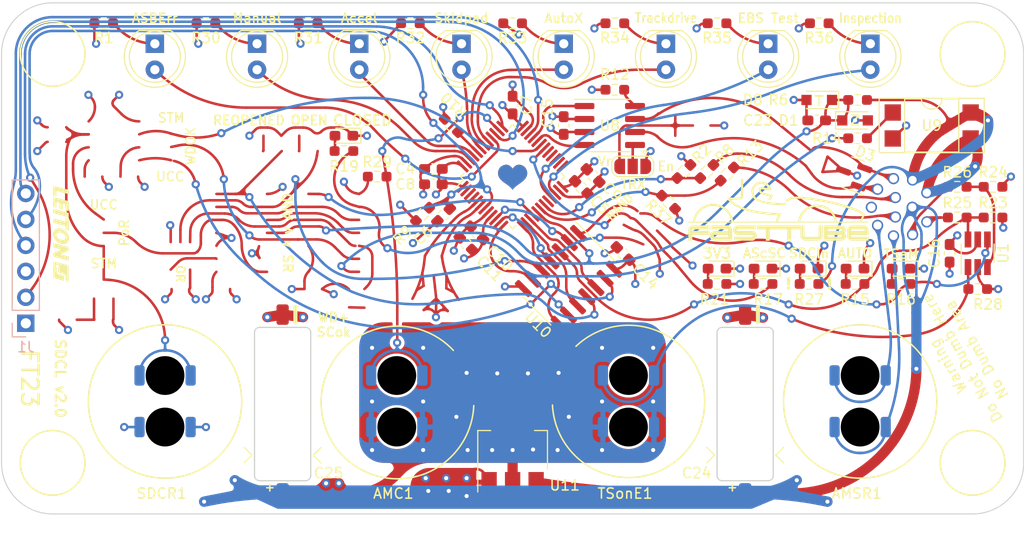
<source format=kicad_pcb>
(kicad_pcb (version 20221018) (generator pcbnew)

  (general
    (thickness 1.6)
  )

  (paper "A4")
  (layers
    (0 "F.Cu" signal)
    (1 "In1.Cu" power "In1-GND.Cu")
    (2 "In2.Cu" power "In2-3V3.Cu")
    (31 "B.Cu" signal)
    (33 "F.Adhes" user "F.Adhesive")
    (35 "F.Paste" user)
    (37 "F.SilkS" user "F.Silkscreen")
    (38 "B.Mask" user)
    (39 "F.Mask" user)
    (40 "Dwgs.User" user "User.Drawings")
    (41 "Cmts.User" user "User.Comments")
    (42 "Eco1.User" user "User.Eco1")
    (43 "Eco2.User" user "User.Eco2")
    (44 "Edge.Cuts" user)
    (45 "Margin" user)
    (46 "B.CrtYd" user "B.Courtyard")
    (47 "F.CrtYd" user "F.Courtyard")
    (49 "F.Fab" user)
  )

  (setup
    (stackup
      (layer "F.SilkS" (type "Top Silk Screen"))
      (layer "F.Paste" (type "Top Solder Paste"))
      (layer "F.Mask" (type "Top Solder Mask") (thickness 0.01))
      (layer "F.Cu" (type "copper") (thickness 0.035))
      (layer "dielectric 1" (type "core") (thickness 0.48) (material "FR4") (epsilon_r 4.5) (loss_tangent 0.02))
      (layer "In1.Cu" (type "copper") (thickness 0.035))
      (layer "dielectric 2" (type "prepreg") (thickness 0.48) (material "FR4") (epsilon_r 4.5) (loss_tangent 0.02))
      (layer "In2.Cu" (type "copper") (thickness 0.035))
      (layer "dielectric 3" (type "core") (thickness 0.48) (material "FR4") (epsilon_r 4.5) (loss_tangent 0.02))
      (layer "B.Cu" (type "copper") (thickness 0.035))
      (layer "B.Mask" (type "Bottom Solder Mask") (thickness 0.01))
      (copper_finish "None")
      (dielectric_constraints no)
    )
    (pad_to_mask_clearance 0)
    (pcbplotparams
      (layerselection 0x00010e0_ffffffff)
      (plot_on_all_layers_selection 0x0000000_00000000)
      (disableapertmacros false)
      (usegerberextensions false)
      (usegerberattributes true)
      (usegerberadvancedattributes true)
      (creategerberjobfile true)
      (dashed_line_dash_ratio 12.000000)
      (dashed_line_gap_ratio 3.000000)
      (svgprecision 6)
      (plotframeref false)
      (viasonmask false)
      (mode 1)
      (useauxorigin false)
      (hpglpennumber 1)
      (hpglpenspeed 20)
      (hpglpendiameter 15.000000)
      (dxfpolygonmode true)
      (dxfimperialunits true)
      (dxfusepcbnewfont true)
      (psnegative false)
      (psa4output false)
      (plotreference true)
      (plotvalue true)
      (plotinvisibletext false)
      (sketchpadsonfab false)
      (subtractmaskfromsilk false)
      (outputformat 1)
      (mirror false)
      (drillshape 0)
      (scaleselection 1)
      (outputdirectory "export/gbr/")
    )
  )

  (net 0 "")
  (net 1 "GND")
  (net 2 "NRST")
  (net 3 "+12V")
  (net 4 "AMC")
  (net 5 "TRACESWO")
  (net 6 "SWDIO")
  (net 7 "SWCLK")
  (net 8 "Net-(Q1-G)")
  (net 9 "AMSRin")
  (net 10 "AMSRout")
  (net 11 "+3.3V")
  (net 12 "/CAN TRX/CAN_H")
  (net 13 "/CAN TRX/CAN_L")
  (net 14 "Net-(U7-PF0)")
  (net 15 "/Connections/SDC_in_3V3")
  (net 16 "Net-(U7-PF1)")
  (net 17 "Net-(D2-K)")
  (net 18 "/Backup AMI/AMI0")
  (net 19 "Net-(D4-A)")
  (net 20 "/Backup AMI/AMI1")
  (net 21 "Net-(D5-A)")
  (net 22 "/Backup AMI/AMI2")
  (net 23 "Net-(D6-A)")
  (net 24 "/Backup AMI/AMI3")
  (net 25 "Net-(D7-A)")
  (net 26 "/Backup AMI/AMI4")
  (net 27 "Net-(D9-A)")
  (net 28 "/Backup AMI/AMI5")
  (net 29 "Net-(D10-A)")
  (net 30 "/Backup AMI/AMI6")
  (net 31 "Net-(J2-Pad1)")
  (net 32 "Net-(J2-Pad9)")
  (net 33 "Net-(R14-Pad2)")
  (net 34 "Net-(D11-A)")
  (net 35 "Net-(D12-A)")
  (net 36 "Net-(D13-A)")
  (net 37 "Net-(D14-K)")
  (net 38 "Net-(D15-K)")
  (net 39 "Net-(D16-K)")
  (net 40 "Net-(D17-K)")
  (net 41 "Net-(D18-K)")
  (net 42 "/Non-Programmable Logic/~{WDO}")
  (net 43 "/Non-Programmable Logic/RP")
  (net 44 "/Non-Programmable Logic/WP")
  (net 45 "/Controller/TS_activate_MUXed")
  (net 46 "/Non-Programmable Logic/close_while_allowed")
  (net 47 "/Non-Programmable Logic/~{reset_all}")
  (net 48 "/Non-Programmable Logic/closing_allowed")
  (net 49 "/Non-Programmable Logic/~{reopen}")
  (net 50 "/Non-Programmable Logic/WD_and_SDCin_ok")
  (net 51 "/Non-Programmable Logic/~{try_close}")
  (net 52 "Net-(J2-Pad11)")
  (net 53 "Net-(J2-Pad12)")
  (net 54 "Net-(D19-K)")
  (net 55 "/Connections/SDC_out")
  (net 56 "/Connections/SDC_in")
  (net 57 "/Connections/TS_activate_dash")
  (net 58 "/Controller/Watchdog")
  (net 59 "WD_OK")
  (net 60 "/CAN TRX/CAN_TX")
  (net 61 "/CAN TRX/CAN_RX")
  (net 62 "Net-(D20-K)")
  (net 63 "/Connections/ASMS")
  (net 64 "/Buttons/~{SDC_reset}")
  (net 65 "CLOSED")
  (net 66 "INITIAL_OPEN")
  (net 67 "REOPENED")
  (net 68 "/Buttons/TS_activate_ext")
  (net 69 "/Controller/SDC_is_ready")
  (net 70 "Net-(JP1-C)")
  (net 71 "Net-(JPPoR1-A)")
  (net 72 "Net-(U7-BOOT0)")
  (net 73 "Net-(U8-Rs)")
  (net 74 "unconnected-(U7-PA8-Pad29)")
  (net 75 "unconnected-(U7-PB15-Pad28)")
  (net 76 "unconnected-(U7-PB14-Pad27)")
  (net 77 "unconnected-(U7-PB13-Pad26)")
  (net 78 "unconnected-(U7-PB12-Pad25)")
  (net 79 "unconnected-(U7-PB2-Pad20)")
  (net 80 "Net-(U7-PA5)")
  (net 81 "Net-(U7-PA4)")
  (net 82 "Net-(U7-PA3)")
  (net 83 "Net-(U7-PA2)")
  (net 84 "/CAN TRX/Vref")
  (net 85 "Net-(U7-PA1)")
  (net 86 "Net-(U7-PA0)")
  (net 87 "LV_SENSE_2")
  (net 88 "LV_SENSE_1")
  (net 89 "unconnected-(U7-PC15-Pad4)")
  (net 90 "/Controller/asb_error")
  (net 91 "unconnected-(U7-PC14-Pad3)")
  (net 92 "unconnected-(U7-PC13-Pad2)")

  (footprint "Capacitor_SMD:C_0603_1608Metric_Pad1.08x0.95mm_HandSolder" (layer "F.Cu") (at 142.25 66.25 180))

  (footprint "Capacitor_SMD:C_0603_1608Metric_Pad1.08x0.95mm_HandSolder" (layer "F.Cu") (at 156.717515 68.06066 -45))

  (footprint "Capacitor_SMD:C_0603_1608Metric_Pad1.08x0.95mm_HandSolder" (layer "F.Cu") (at 143.25 70.75 -135))

  (footprint "Capacitor_SMD:C_0603_1608Metric_Pad1.08x0.95mm_HandSolder" (layer "F.Cu") (at 150 60 90))

  (footprint "Capacitor_SMD:C_0603_1608Metric_Pad1.08x0.95mm_HandSolder" (layer "F.Cu") (at 142.25 67.75 180))

  (footprint "Capacitor_SMD:C_0603_1608Metric_Pad1.08x0.95mm_HandSolder" (layer "F.Cu") (at 157.867538 66.897577 -45))

  (footprint "Capacitor_SMD:C_0603_1608Metric_Pad1.08x0.95mm_HandSolder" (layer "F.Cu") (at 146.5 72.5 135))

  (footprint "Capacitor_SMD:C_0603_1608Metric_Pad1.08x0.95mm_HandSolder" (layer "F.Cu") (at 145.43934 73.56066 135))

  (footprint "Capacitor_SMD:C_0603_1608Metric_Pad1.08x0.95mm_HandSolder" (layer "F.Cu") (at 155 62 90))

  (footprint "Resistor_SMD:R_0603_1608Metric_Pad0.98x0.95mm_HandSolder" (layer "F.Cu") (at 183.75 59.5 180))

  (footprint "Resistor_SMD:R_0603_1608Metric_Pad0.98x0.95mm_HandSolder" (layer "F.Cu") (at 141.18934 70.68934 45))

  (footprint "Resistor_SMD:R_0603_1608Metric_Pad0.98x0.95mm_HandSolder" (layer "F.Cu") (at 144 62 135))

  (footprint "Resistor_SMD:R_0603_1608Metric_Pad0.98x0.95mm_HandSolder" (layer "F.Cu") (at 160 58.5 180))

  (footprint "Package_TO_SOT_SMD:SOT-23-6_Handsoldering" (layer "F.Cu") (at 195.5 74.5 90))

  (footprint "Package_QFP:LQFP-48_7x7mm_P0.5mm" (layer "F.Cu") (at 150 67 45))

  (footprint "Package_SO:SOIC-8_3.9x4.9mm_P1.27mm" (layer "F.Cu") (at 159.5 62))

  (footprint "Resistor_SMD:R_0603_1608Metric_Pad0.98x0.95mm_HandSolder" (layer "F.Cu") (at 183.75 63.25))

  (footprint "Package_DIP:DIP-4_W7.62mm_SMDSocket_SmallPads" (layer "F.Cu") (at 191 62))

  (footprint "Capacitor_SMD:C_0603_1608Metric_Pad1.08x0.95mm_HandSolder" (layer "F.Cu") (at 192.75 74.5 90))

  (footprint "Diode_SMD:D_0603_1608Metric_Pad1.05x0.95mm_HandSolder" (layer "F.Cu") (at 183.5 76 180))

  (footprint "Diode_SMD:D_0603_1608Metric_Pad1.05x0.95mm_HandSolder" (layer "F.Cu") (at 188 76 180))

  (footprint "Diode_SMD:D_0603_1608Metric_Pad1.05x0.95mm_HandSolder" (layer "F.Cu") (at 174.5 76 180))

  (footprint "Diode_SMD:D_0603_1608Metric_Pad1.05x0.95mm_HandSolder" (layer "F.Cu") (at 133.5 63 180))

  (footprint "Diode_SMD:D_0603_1608Metric_Pad1.05x0.95mm_HandSolder" (layer "F.Cu") (at 170 76 180))

  (footprint "Resistor_SMD:R_0603_1608Metric_Pad0.98x0.95mm_HandSolder" (layer "F.Cu") (at 183.5 77.5 180))

  (footprint "Resistor_SMD:R_0603_1608Metric_Pad0.98x0.95mm_HandSolder" (layer "F.Cu") (at 188 77.5))

  (footprint "Resistor_SMD:R_0603_1608Metric_Pad0.98x0.95mm_HandSolder" (layer "F.Cu") (at 174.5 77.5 180))

  (footprint "Resistor_SMD:R_0603_1608Metric_Pad0.98x0.95mm_HandSolder" (layer "F.Cu") (at 133.5 64.5 180))

  (footprint "Resistor_SMD:R_0603_1608Metric_Pad0.98x0.95mm_HandSolder" (layer "F.Cu") (at 170 77.5 180))

  (footprint "Capacitor_SMD:C_0603_1608Metric_Pad1.08x0.95mm_HandSolder" (layer "F.Cu") (at 179.75 61.5))

  (footprint "Diode_SMD:D_SOD-323_HandSoldering" (layer "F.Cu") (at 180 59.5 180))

  (footprint "MountingHole:MountingHole_3.2mm_M3" (layer "F.Cu") (at 105 55 180))

  (footprint "MountingHole:MountingHole_3.2mm_M3" (layer "F.Cu") (at 195 95 180))

  (footprint "MountingHole:MountingHole_3.2mm_M3" (layer "F.Cu") (at 105 95 180))

  (footprint "Diode_SMD:D_SOD-323_HandSoldering" (layer "F.Cu") (at 183.5 61.5))

  (footprint "Resistor_SMD:R_0603_1608Metric_Pad0.98x0.95mm_HandSolder" (layer "F.Cu") (at 195.5 78 180))

  (footprint "Custom:CP_Combo_15.0mm_5mm_P2.00mm_Horizontal_Slotted_Backside" (layer "F.Cu") (at 127.5 98))

  (footprint "Resistor_SMD:R_0603_1608Metric_Pad0.98x0.95mm_HandSolder" (layer "F.Cu") (at 170 52 180))

  (footprint "Resistor_SMD:R_0603_1608Metric_Pad0.98x0.95mm_HandSolder" (layer "F.Cu") (at 140 52 180))

  (footprint "Resistor_SMD:R_0603_1608Metric_Pad0.98x0.95mm_HandSolder" (layer "F.Cu") (at 193.5 71))

  (footprint "LED_THT:LED_D5.0mm_Clear" (layer "F.Cu") (at 165 54 -90))

  (footprint "Resistor_SMD:R_0603_1608Metric_Pad0.98x0.95mm_HandSolder" (layer "F.Cu") (at 130 52 180))

  (footprint "Resistor_SMD:R_0603_1608Metric_Pad0.98x0.95mm_HandSolder" (layer "F.Cu") (at 179 77.5))

  (footprint "Capacitor_SMD:C_0603_1608Metric_Pad1.08x0.95mm_HandSolder" (layer "F.Cu") (at 160.803301 74.525126 135))

  (footprint "Resistor_SMD:R_0603_1608Metric_Pad0.98x0.95mm_HandSolder" (layer "F.Cu") (at 171 66.75 -135))

  (footprint "Custom:APEM-ISx3SAD_Harwin_S9091-46R_NoSilk" (layer "F.Cu") (at 116 89 -90))

  (footprint "Resistor_SMD:R_0603_1608Metric_Pad0.98x0.95mm_HandSolder" (layer "F.Cu") (at 110 52 180))

  (footprint "Resistor_SMD:R_0603_1608Metric_Pad0.98x0.95mm_HandSolder" (layer "F.Cu") (at 180 52 180))

  (footprint "Diode_SMD:D_0603_1608Metric_Pad1.05x0.95mm_HandSolder" (layer "F.Cu") (at 179 76 180))

  (footprint "Resistor_SMD:R_0603_1608Metric_Pad0.98x0.95mm_HandSolder" (layer "F.Cu") (at 150 52 180))

  (footprint "Package_TO_SOT_SMD:SOT-223-3_TabPin2" (layer "F.Cu") (at 150 93.75 90))

  (footprint "LED_THT:LED_D5.0mm_Clear" (layer "F.Cu")
    (tstamp 59d324e0-ab02-40e5-882a-fa99f105eda5)
    (at 125 54 -90)
    (descr "LED, diameter 5.0mm, 2 pins, http://cdn-reichelt.de/documents/datenblatt/A500/LL-504B
... [983901 chars truncated]
</source>
